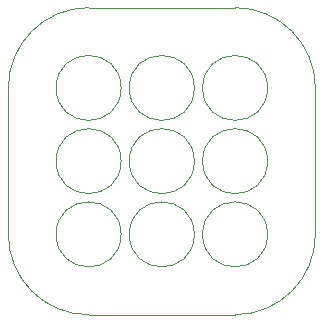
<source format=gbr>
%TF.GenerationSoftware,KiCad,Pcbnew,(6.0.8)*%
%TF.CreationDate,2022-11-08T14:14:13+01:00*%
%TF.ProjectId,Kockica,4b6f636b-6963-4612-9e6b-696361645f70,rev?*%
%TF.SameCoordinates,Original*%
%TF.FileFunction,Profile,NP*%
%FSLAX46Y46*%
G04 Gerber Fmt 4.6, Leading zero omitted, Abs format (unit mm)*
G04 Created by KiCad (PCBNEW (6.0.8)) date 2022-11-08 14:14:13*
%MOMM*%
%LPD*%
G01*
G04 APERTURE LIST*
%TA.AperFunction,Profile*%
%ADD10C,0.100000*%
%TD*%
G04 APERTURE END LIST*
D10*
X58950000Y-62400000D02*
G75*
G03*
X58950000Y-62400000I-2750000J0D01*
G01*
X52750000Y-62400000D02*
G75*
G03*
X52750000Y-62400000I-2750000J0D01*
G01*
X43200000Y-62400000D02*
X43200000Y-50000000D01*
X50000000Y-43200000D02*
X62400000Y-43200000D01*
X43200000Y-62400000D02*
G75*
G03*
X50000000Y-69200000I6800000J0D01*
G01*
X65150000Y-56200000D02*
G75*
G03*
X65150000Y-56200000I-2750000J0D01*
G01*
X58950000Y-56200000D02*
G75*
G03*
X58950000Y-56200000I-2750000J0D01*
G01*
X65150000Y-62400000D02*
G75*
G03*
X65150000Y-62400000I-2750000J0D01*
G01*
X50000000Y-43200000D02*
G75*
G03*
X43200000Y-50000000I0J-6800000D01*
G01*
X69200000Y-50000000D02*
G75*
G03*
X62400000Y-43200000I-6800000J0D01*
G01*
X58950000Y-50000000D02*
G75*
G03*
X58950000Y-50000000I-2750000J0D01*
G01*
X62400000Y-69200000D02*
G75*
G03*
X69200000Y-62400000I0J6800000D01*
G01*
X52750000Y-56200000D02*
G75*
G03*
X52750000Y-56200000I-2750000J0D01*
G01*
X69200000Y-50000000D02*
X69200000Y-62400000D01*
X52750000Y-50000000D02*
G75*
G03*
X52750000Y-50000000I-2750000J0D01*
G01*
X62400000Y-69200000D02*
X50000000Y-69200000D01*
X65150000Y-50000000D02*
G75*
G03*
X65150000Y-50000000I-2750000J0D01*
G01*
M02*

</source>
